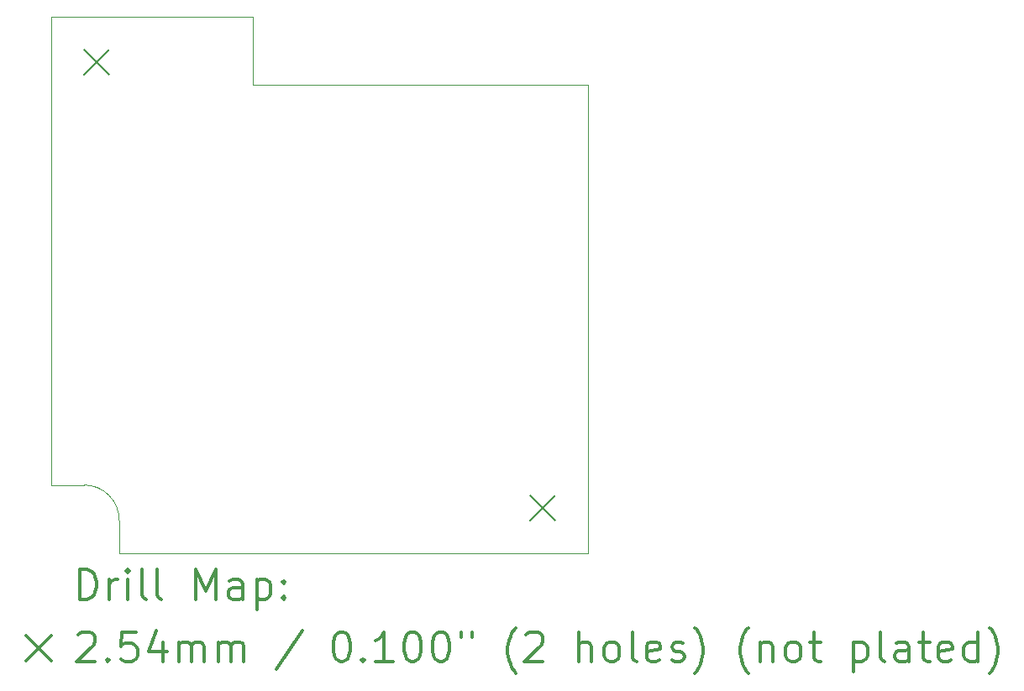
<source format=gbr>
%FSLAX45Y45*%
G04 Gerber Fmt 4.5, Leading zero omitted, Abs format (unit mm)*
G04 Created by KiCad (PCBNEW (5.1.8-0-10_14)) date 2021-10-21 22:23:19*
%MOMM*%
%LPD*%
G01*
G04 APERTURE LIST*
%TA.AperFunction,Profile*%
%ADD10C,0.025400*%
%TD*%
%ADD11C,0.200000*%
%ADD12C,0.300000*%
G04 APERTURE END LIST*
D10*
X22352000Y-8305800D02*
X25730200Y-8305800D01*
X22352000Y-8305800D02*
X22352000Y-7620000D01*
X20650200Y-12344400D02*
X20320000Y-12344400D01*
X21005800Y-12700000D02*
X21005800Y-13030200D01*
X21005800Y-12700000D02*
G75*
G03*
X20650200Y-12344400I-355600J0D01*
G01*
X20320000Y-12344400D02*
X20320000Y-7620000D01*
X21005800Y-13030200D02*
X25730200Y-13030200D01*
X25730200Y-8305800D02*
X25730200Y-13030200D01*
X20320000Y-7620000D02*
X22352000Y-7620000D01*
D11*
X25146000Y-12446000D02*
X25400000Y-12700000D01*
X25400000Y-12446000D02*
X25146000Y-12700000D01*
X20650200Y-7950200D02*
X20904200Y-8204200D01*
X20904200Y-7950200D02*
X20650200Y-8204200D01*
D12*
X20605158Y-13497184D02*
X20605158Y-13197184D01*
X20676587Y-13197184D01*
X20719444Y-13211470D01*
X20748016Y-13240041D01*
X20762301Y-13268613D01*
X20776587Y-13325756D01*
X20776587Y-13368613D01*
X20762301Y-13425756D01*
X20748016Y-13454327D01*
X20719444Y-13482899D01*
X20676587Y-13497184D01*
X20605158Y-13497184D01*
X20905158Y-13497184D02*
X20905158Y-13297184D01*
X20905158Y-13354327D02*
X20919444Y-13325756D01*
X20933730Y-13311470D01*
X20962301Y-13297184D01*
X20990873Y-13297184D01*
X21090873Y-13497184D02*
X21090873Y-13297184D01*
X21090873Y-13197184D02*
X21076587Y-13211470D01*
X21090873Y-13225756D01*
X21105158Y-13211470D01*
X21090873Y-13197184D01*
X21090873Y-13225756D01*
X21276587Y-13497184D02*
X21248016Y-13482899D01*
X21233730Y-13454327D01*
X21233730Y-13197184D01*
X21433730Y-13497184D02*
X21405158Y-13482899D01*
X21390873Y-13454327D01*
X21390873Y-13197184D01*
X21776587Y-13497184D02*
X21776587Y-13197184D01*
X21876587Y-13411470D01*
X21976587Y-13197184D01*
X21976587Y-13497184D01*
X22248016Y-13497184D02*
X22248016Y-13340041D01*
X22233730Y-13311470D01*
X22205158Y-13297184D01*
X22148016Y-13297184D01*
X22119444Y-13311470D01*
X22248016Y-13482899D02*
X22219444Y-13497184D01*
X22148016Y-13497184D01*
X22119444Y-13482899D01*
X22105158Y-13454327D01*
X22105158Y-13425756D01*
X22119444Y-13397184D01*
X22148016Y-13382899D01*
X22219444Y-13382899D01*
X22248016Y-13368613D01*
X22390873Y-13297184D02*
X22390873Y-13597184D01*
X22390873Y-13311470D02*
X22419444Y-13297184D01*
X22476587Y-13297184D01*
X22505158Y-13311470D01*
X22519444Y-13325756D01*
X22533730Y-13354327D01*
X22533730Y-13440041D01*
X22519444Y-13468613D01*
X22505158Y-13482899D01*
X22476587Y-13497184D01*
X22419444Y-13497184D01*
X22390873Y-13482899D01*
X22662301Y-13468613D02*
X22676587Y-13482899D01*
X22662301Y-13497184D01*
X22648016Y-13482899D01*
X22662301Y-13468613D01*
X22662301Y-13497184D01*
X22662301Y-13311470D02*
X22676587Y-13325756D01*
X22662301Y-13340041D01*
X22648016Y-13325756D01*
X22662301Y-13311470D01*
X22662301Y-13340041D01*
X20064730Y-13864470D02*
X20318730Y-14118470D01*
X20318730Y-13864470D02*
X20064730Y-14118470D01*
X20590873Y-13855756D02*
X20605158Y-13841470D01*
X20633730Y-13827184D01*
X20705158Y-13827184D01*
X20733730Y-13841470D01*
X20748016Y-13855756D01*
X20762301Y-13884327D01*
X20762301Y-13912899D01*
X20748016Y-13955756D01*
X20576587Y-14127184D01*
X20762301Y-14127184D01*
X20890873Y-14098613D02*
X20905158Y-14112899D01*
X20890873Y-14127184D01*
X20876587Y-14112899D01*
X20890873Y-14098613D01*
X20890873Y-14127184D01*
X21176587Y-13827184D02*
X21033730Y-13827184D01*
X21019444Y-13970041D01*
X21033730Y-13955756D01*
X21062301Y-13941470D01*
X21133730Y-13941470D01*
X21162301Y-13955756D01*
X21176587Y-13970041D01*
X21190873Y-13998613D01*
X21190873Y-14070041D01*
X21176587Y-14098613D01*
X21162301Y-14112899D01*
X21133730Y-14127184D01*
X21062301Y-14127184D01*
X21033730Y-14112899D01*
X21019444Y-14098613D01*
X21448016Y-13927184D02*
X21448016Y-14127184D01*
X21376587Y-13812899D02*
X21305158Y-14027184D01*
X21490873Y-14027184D01*
X21605158Y-14127184D02*
X21605158Y-13927184D01*
X21605158Y-13955756D02*
X21619444Y-13941470D01*
X21648016Y-13927184D01*
X21690873Y-13927184D01*
X21719444Y-13941470D01*
X21733730Y-13970041D01*
X21733730Y-14127184D01*
X21733730Y-13970041D02*
X21748016Y-13941470D01*
X21776587Y-13927184D01*
X21819444Y-13927184D01*
X21848016Y-13941470D01*
X21862301Y-13970041D01*
X21862301Y-14127184D01*
X22005158Y-14127184D02*
X22005158Y-13927184D01*
X22005158Y-13955756D02*
X22019444Y-13941470D01*
X22048016Y-13927184D01*
X22090873Y-13927184D01*
X22119444Y-13941470D01*
X22133730Y-13970041D01*
X22133730Y-14127184D01*
X22133730Y-13970041D02*
X22148016Y-13941470D01*
X22176587Y-13927184D01*
X22219444Y-13927184D01*
X22248016Y-13941470D01*
X22262301Y-13970041D01*
X22262301Y-14127184D01*
X22848016Y-13812899D02*
X22590873Y-14198613D01*
X23233730Y-13827184D02*
X23262301Y-13827184D01*
X23290873Y-13841470D01*
X23305158Y-13855756D01*
X23319444Y-13884327D01*
X23333730Y-13941470D01*
X23333730Y-14012899D01*
X23319444Y-14070041D01*
X23305158Y-14098613D01*
X23290873Y-14112899D01*
X23262301Y-14127184D01*
X23233730Y-14127184D01*
X23205158Y-14112899D01*
X23190873Y-14098613D01*
X23176587Y-14070041D01*
X23162301Y-14012899D01*
X23162301Y-13941470D01*
X23176587Y-13884327D01*
X23190873Y-13855756D01*
X23205158Y-13841470D01*
X23233730Y-13827184D01*
X23462301Y-14098613D02*
X23476587Y-14112899D01*
X23462301Y-14127184D01*
X23448016Y-14112899D01*
X23462301Y-14098613D01*
X23462301Y-14127184D01*
X23762301Y-14127184D02*
X23590873Y-14127184D01*
X23676587Y-14127184D02*
X23676587Y-13827184D01*
X23648016Y-13870041D01*
X23619444Y-13898613D01*
X23590873Y-13912899D01*
X23948016Y-13827184D02*
X23976587Y-13827184D01*
X24005158Y-13841470D01*
X24019444Y-13855756D01*
X24033730Y-13884327D01*
X24048016Y-13941470D01*
X24048016Y-14012899D01*
X24033730Y-14070041D01*
X24019444Y-14098613D01*
X24005158Y-14112899D01*
X23976587Y-14127184D01*
X23948016Y-14127184D01*
X23919444Y-14112899D01*
X23905158Y-14098613D01*
X23890873Y-14070041D01*
X23876587Y-14012899D01*
X23876587Y-13941470D01*
X23890873Y-13884327D01*
X23905158Y-13855756D01*
X23919444Y-13841470D01*
X23948016Y-13827184D01*
X24233730Y-13827184D02*
X24262301Y-13827184D01*
X24290873Y-13841470D01*
X24305158Y-13855756D01*
X24319444Y-13884327D01*
X24333730Y-13941470D01*
X24333730Y-14012899D01*
X24319444Y-14070041D01*
X24305158Y-14098613D01*
X24290873Y-14112899D01*
X24262301Y-14127184D01*
X24233730Y-14127184D01*
X24205158Y-14112899D01*
X24190873Y-14098613D01*
X24176587Y-14070041D01*
X24162301Y-14012899D01*
X24162301Y-13941470D01*
X24176587Y-13884327D01*
X24190873Y-13855756D01*
X24205158Y-13841470D01*
X24233730Y-13827184D01*
X24448016Y-13827184D02*
X24448016Y-13884327D01*
X24562301Y-13827184D02*
X24562301Y-13884327D01*
X25005158Y-14241470D02*
X24990873Y-14227184D01*
X24962301Y-14184327D01*
X24948016Y-14155756D01*
X24933730Y-14112899D01*
X24919444Y-14041470D01*
X24919444Y-13984327D01*
X24933730Y-13912899D01*
X24948016Y-13870041D01*
X24962301Y-13841470D01*
X24990873Y-13798613D01*
X25005158Y-13784327D01*
X25105158Y-13855756D02*
X25119444Y-13841470D01*
X25148016Y-13827184D01*
X25219444Y-13827184D01*
X25248016Y-13841470D01*
X25262301Y-13855756D01*
X25276587Y-13884327D01*
X25276587Y-13912899D01*
X25262301Y-13955756D01*
X25090873Y-14127184D01*
X25276587Y-14127184D01*
X25633730Y-14127184D02*
X25633730Y-13827184D01*
X25762301Y-14127184D02*
X25762301Y-13970041D01*
X25748016Y-13941470D01*
X25719444Y-13927184D01*
X25676587Y-13927184D01*
X25648016Y-13941470D01*
X25633730Y-13955756D01*
X25948016Y-14127184D02*
X25919444Y-14112899D01*
X25905158Y-14098613D01*
X25890873Y-14070041D01*
X25890873Y-13984327D01*
X25905158Y-13955756D01*
X25919444Y-13941470D01*
X25948016Y-13927184D01*
X25990873Y-13927184D01*
X26019444Y-13941470D01*
X26033730Y-13955756D01*
X26048016Y-13984327D01*
X26048016Y-14070041D01*
X26033730Y-14098613D01*
X26019444Y-14112899D01*
X25990873Y-14127184D01*
X25948016Y-14127184D01*
X26219444Y-14127184D02*
X26190873Y-14112899D01*
X26176587Y-14084327D01*
X26176587Y-13827184D01*
X26448016Y-14112899D02*
X26419444Y-14127184D01*
X26362301Y-14127184D01*
X26333730Y-14112899D01*
X26319444Y-14084327D01*
X26319444Y-13970041D01*
X26333730Y-13941470D01*
X26362301Y-13927184D01*
X26419444Y-13927184D01*
X26448016Y-13941470D01*
X26462301Y-13970041D01*
X26462301Y-13998613D01*
X26319444Y-14027184D01*
X26576587Y-14112899D02*
X26605158Y-14127184D01*
X26662301Y-14127184D01*
X26690873Y-14112899D01*
X26705158Y-14084327D01*
X26705158Y-14070041D01*
X26690873Y-14041470D01*
X26662301Y-14027184D01*
X26619444Y-14027184D01*
X26590873Y-14012899D01*
X26576587Y-13984327D01*
X26576587Y-13970041D01*
X26590873Y-13941470D01*
X26619444Y-13927184D01*
X26662301Y-13927184D01*
X26690873Y-13941470D01*
X26805158Y-14241470D02*
X26819444Y-14227184D01*
X26848016Y-14184327D01*
X26862301Y-14155756D01*
X26876587Y-14112899D01*
X26890873Y-14041470D01*
X26890873Y-13984327D01*
X26876587Y-13912899D01*
X26862301Y-13870041D01*
X26848016Y-13841470D01*
X26819444Y-13798613D01*
X26805158Y-13784327D01*
X27348016Y-14241470D02*
X27333730Y-14227184D01*
X27305158Y-14184327D01*
X27290873Y-14155756D01*
X27276587Y-14112899D01*
X27262301Y-14041470D01*
X27262301Y-13984327D01*
X27276587Y-13912899D01*
X27290873Y-13870041D01*
X27305158Y-13841470D01*
X27333730Y-13798613D01*
X27348016Y-13784327D01*
X27462301Y-13927184D02*
X27462301Y-14127184D01*
X27462301Y-13955756D02*
X27476587Y-13941470D01*
X27505158Y-13927184D01*
X27548016Y-13927184D01*
X27576587Y-13941470D01*
X27590873Y-13970041D01*
X27590873Y-14127184D01*
X27776587Y-14127184D02*
X27748016Y-14112899D01*
X27733730Y-14098613D01*
X27719444Y-14070041D01*
X27719444Y-13984327D01*
X27733730Y-13955756D01*
X27748016Y-13941470D01*
X27776587Y-13927184D01*
X27819444Y-13927184D01*
X27848016Y-13941470D01*
X27862301Y-13955756D01*
X27876587Y-13984327D01*
X27876587Y-14070041D01*
X27862301Y-14098613D01*
X27848016Y-14112899D01*
X27819444Y-14127184D01*
X27776587Y-14127184D01*
X27962301Y-13927184D02*
X28076587Y-13927184D01*
X28005158Y-13827184D02*
X28005158Y-14084327D01*
X28019444Y-14112899D01*
X28048016Y-14127184D01*
X28076587Y-14127184D01*
X28405158Y-13927184D02*
X28405158Y-14227184D01*
X28405158Y-13941470D02*
X28433730Y-13927184D01*
X28490873Y-13927184D01*
X28519444Y-13941470D01*
X28533730Y-13955756D01*
X28548016Y-13984327D01*
X28548016Y-14070041D01*
X28533730Y-14098613D01*
X28519444Y-14112899D01*
X28490873Y-14127184D01*
X28433730Y-14127184D01*
X28405158Y-14112899D01*
X28719444Y-14127184D02*
X28690873Y-14112899D01*
X28676587Y-14084327D01*
X28676587Y-13827184D01*
X28962301Y-14127184D02*
X28962301Y-13970041D01*
X28948016Y-13941470D01*
X28919444Y-13927184D01*
X28862301Y-13927184D01*
X28833730Y-13941470D01*
X28962301Y-14112899D02*
X28933730Y-14127184D01*
X28862301Y-14127184D01*
X28833730Y-14112899D01*
X28819444Y-14084327D01*
X28819444Y-14055756D01*
X28833730Y-14027184D01*
X28862301Y-14012899D01*
X28933730Y-14012899D01*
X28962301Y-13998613D01*
X29062301Y-13927184D02*
X29176587Y-13927184D01*
X29105158Y-13827184D02*
X29105158Y-14084327D01*
X29119444Y-14112899D01*
X29148016Y-14127184D01*
X29176587Y-14127184D01*
X29390873Y-14112899D02*
X29362301Y-14127184D01*
X29305158Y-14127184D01*
X29276587Y-14112899D01*
X29262301Y-14084327D01*
X29262301Y-13970041D01*
X29276587Y-13941470D01*
X29305158Y-13927184D01*
X29362301Y-13927184D01*
X29390873Y-13941470D01*
X29405158Y-13970041D01*
X29405158Y-13998613D01*
X29262301Y-14027184D01*
X29662301Y-14127184D02*
X29662301Y-13827184D01*
X29662301Y-14112899D02*
X29633730Y-14127184D01*
X29576587Y-14127184D01*
X29548016Y-14112899D01*
X29533730Y-14098613D01*
X29519444Y-14070041D01*
X29519444Y-13984327D01*
X29533730Y-13955756D01*
X29548016Y-13941470D01*
X29576587Y-13927184D01*
X29633730Y-13927184D01*
X29662301Y-13941470D01*
X29776587Y-14241470D02*
X29790873Y-14227184D01*
X29819444Y-14184327D01*
X29833730Y-14155756D01*
X29848016Y-14112899D01*
X29862301Y-14041470D01*
X29862301Y-13984327D01*
X29848016Y-13912899D01*
X29833730Y-13870041D01*
X29819444Y-13841470D01*
X29790873Y-13798613D01*
X29776587Y-13784327D01*
M02*

</source>
